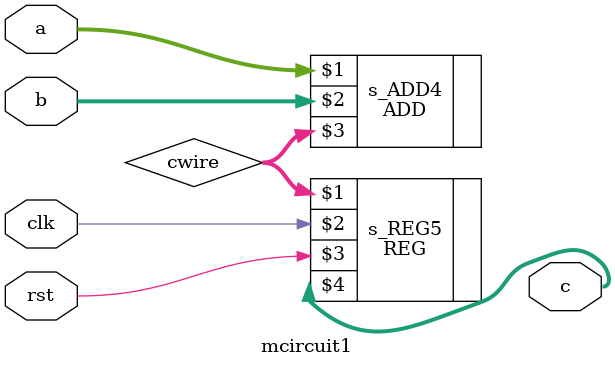
<source format=v>

module mcircuit1(

	 input clk,
	 input rst,
	 input [8:0] a,
	 input [7:0] b,

	 output [8:0] c
);

	 wire [8:0] cwire;
	 ADD #(9) s_ADD4 (a,b,cwire);
	 REG #(9) s_REG5 (cwire,clk,rst,c);


endmodule

// *********************************************************************************
// *                            END OF GENERATED FILE                              *
// *********************************************************************************

</source>
